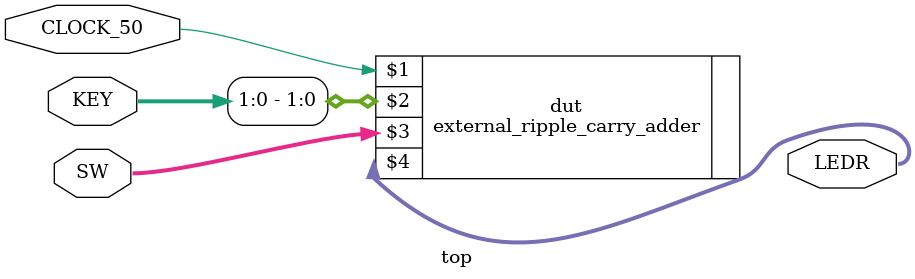
<source format=v>
module top (CLOCK_50, KEY, SW, LEDR);

    input CLOCK_50;             // DE-series 50 MHz clock signal
	 input wire [3:0] KEY;       // DE-series pushbuttons
    input wire [9:0] SW;        // DE-series switches
    
    output wire [9:0] LEDR;     // DE-series LEDs   

    external_ripple_carry_adder dut (CLOCK_50, KEY[1:0], SW[9:0], LEDR[9:0]);

endmodule

</source>
